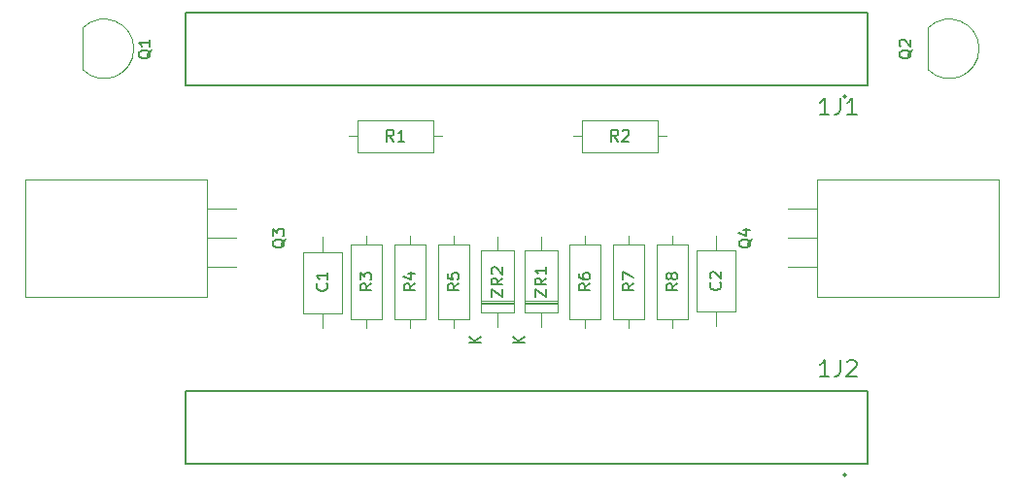
<source format=gbr>
G04 #@! TF.GenerationSoftware,KiCad,Pcbnew,5.1.0-060a0da~80~ubuntu18.04.1*
G04 #@! TF.CreationDate,2019-04-15T09:18:46-04:00*
G04 #@! TF.ProjectId,overvoltage,6f766572-766f-46c7-9461-67652e6b6963,1*
G04 #@! TF.SameCoordinates,Original*
G04 #@! TF.FileFunction,Legend,Top*
G04 #@! TF.FilePolarity,Positive*
%FSLAX46Y46*%
G04 Gerber Fmt 4.6, Leading zero omitted, Abs format (unit mm)*
G04 Created by KiCad (PCBNEW 5.1.0-060a0da~80~ubuntu18.04.1) date 2019-04-15 09:18:46*
%MOMM*%
%LPD*%
G04 APERTURE LIST*
%ADD10C,0.127000*%
%ADD11C,0.200000*%
%ADD12C,0.120000*%
%ADD13C,0.150000*%
G04 APERTURE END LIST*
D10*
X113522000Y-69215000D02*
X113522000Y-75565000D01*
X113522000Y-75565000D02*
X54118000Y-75565000D01*
X54118000Y-75565000D02*
X54118000Y-69215000D01*
X54118000Y-69215000D02*
X113522000Y-69215000D01*
D11*
X111640000Y-76565000D02*
G75*
G03X111640000Y-76565000I-100000J0D01*
G01*
D12*
X87908000Y-46990000D02*
X88678000Y-46990000D01*
X95988000Y-46990000D02*
X95218000Y-46990000D01*
X88678000Y-48360000D02*
X95218000Y-48360000D01*
X88678000Y-45620000D02*
X88678000Y-48360000D01*
X95218000Y-45620000D02*
X88678000Y-45620000D01*
X95218000Y-48360000D02*
X95218000Y-45620000D01*
X76430000Y-46990000D02*
X75660000Y-46990000D01*
X68350000Y-46990000D02*
X69120000Y-46990000D01*
X75660000Y-45620000D02*
X69120000Y-45620000D01*
X75660000Y-48360000D02*
X75660000Y-45620000D01*
X69120000Y-48360000D02*
X75660000Y-48360000D01*
X69120000Y-45620000D02*
X69120000Y-48360000D01*
X69850000Y-55650000D02*
X69850000Y-56420000D01*
X69850000Y-63730000D02*
X69850000Y-62960000D01*
X68480000Y-56420000D02*
X68480000Y-62960000D01*
X71220000Y-56420000D02*
X68480000Y-56420000D01*
X71220000Y-62960000D02*
X71220000Y-56420000D01*
X68480000Y-62960000D02*
X71220000Y-62960000D01*
X73660000Y-63730000D02*
X73660000Y-62960000D01*
X73660000Y-55650000D02*
X73660000Y-56420000D01*
X75030000Y-62960000D02*
X75030000Y-56420000D01*
X72290000Y-62960000D02*
X75030000Y-62960000D01*
X72290000Y-56420000D02*
X72290000Y-62960000D01*
X75030000Y-56420000D02*
X72290000Y-56420000D01*
X77470000Y-55650000D02*
X77470000Y-56420000D01*
X77470000Y-63730000D02*
X77470000Y-62960000D01*
X76100000Y-56420000D02*
X76100000Y-62960000D01*
X78840000Y-56420000D02*
X76100000Y-56420000D01*
X78840000Y-62960000D02*
X78840000Y-56420000D01*
X76100000Y-62960000D02*
X78840000Y-62960000D01*
X88900000Y-63730000D02*
X88900000Y-62960000D01*
X88900000Y-55650000D02*
X88900000Y-56420000D01*
X90270000Y-62960000D02*
X90270000Y-56420000D01*
X87530000Y-62960000D02*
X90270000Y-62960000D01*
X87530000Y-56420000D02*
X87530000Y-62960000D01*
X90270000Y-56420000D02*
X87530000Y-56420000D01*
X92710000Y-63730000D02*
X92710000Y-62960000D01*
X92710000Y-55650000D02*
X92710000Y-56420000D01*
X94080000Y-62960000D02*
X94080000Y-56420000D01*
X91340000Y-62960000D02*
X94080000Y-62960000D01*
X91340000Y-56420000D02*
X91340000Y-62960000D01*
X94080000Y-56420000D02*
X91340000Y-56420000D01*
X96520000Y-63730000D02*
X96520000Y-62960000D01*
X96520000Y-55650000D02*
X96520000Y-56420000D01*
X97890000Y-62960000D02*
X97890000Y-56420000D01*
X95150000Y-62960000D02*
X97890000Y-62960000D01*
X95150000Y-56420000D02*
X95150000Y-62960000D01*
X97890000Y-56420000D02*
X95150000Y-56420000D01*
X45151522Y-41208478D02*
G75*
G03X49590000Y-39370000I1838478J1838478D01*
G01*
X45151522Y-37531522D02*
G75*
G02X49590000Y-39370000I1838478J-1838478D01*
G01*
X45140000Y-37570000D02*
X45140000Y-41170000D01*
X118800000Y-37570000D02*
X118800000Y-41170000D01*
X118811522Y-37531522D02*
G75*
G02X123250000Y-39370000I1838478J-1838478D01*
G01*
X118811522Y-41208478D02*
G75*
G03X123250000Y-39370000I1838478J1838478D01*
G01*
X56000000Y-61000000D02*
X56000000Y-50760000D01*
X40110000Y-61000000D02*
X40110000Y-50760000D01*
X40110000Y-61000000D02*
X56000000Y-61000000D01*
X40110000Y-50760000D02*
X56000000Y-50760000D01*
X56000000Y-58420000D02*
X58540000Y-58420000D01*
X56000000Y-55880000D02*
X58540000Y-55880000D01*
X56000000Y-53340000D02*
X58540000Y-53340000D01*
X109100000Y-58420000D02*
X106560000Y-58420000D01*
X109100000Y-55880000D02*
X106560000Y-55880000D01*
X109100000Y-53340000D02*
X106560000Y-53340000D01*
X124990000Y-61000000D02*
X109100000Y-61000000D01*
X124990000Y-50760000D02*
X109100000Y-50760000D01*
X124990000Y-50760000D02*
X124990000Y-61000000D01*
X109100000Y-50760000D02*
X109100000Y-61000000D01*
X83620000Y-61630000D02*
X86560000Y-61630000D01*
X83620000Y-61390000D02*
X86560000Y-61390000D01*
X83620000Y-61510000D02*
X86560000Y-61510000D01*
X85090000Y-55750000D02*
X85090000Y-56970000D01*
X85090000Y-63630000D02*
X85090000Y-62410000D01*
X83620000Y-56970000D02*
X83620000Y-62410000D01*
X86560000Y-56970000D02*
X83620000Y-56970000D01*
X86560000Y-62410000D02*
X86560000Y-56970000D01*
X83620000Y-62410000D02*
X86560000Y-62410000D01*
X79810000Y-62410000D02*
X82750000Y-62410000D01*
X82750000Y-62410000D02*
X82750000Y-56970000D01*
X82750000Y-56970000D02*
X79810000Y-56970000D01*
X79810000Y-56970000D02*
X79810000Y-62410000D01*
X81280000Y-63630000D02*
X81280000Y-62410000D01*
X81280000Y-55750000D02*
X81280000Y-56970000D01*
X79810000Y-61510000D02*
X82750000Y-61510000D01*
X79810000Y-61390000D02*
X82750000Y-61390000D01*
X79810000Y-61630000D02*
X82750000Y-61630000D01*
D11*
X111640000Y-43545000D02*
G75*
G03X111640000Y-43545000I-100000J0D01*
G01*
D10*
X54118000Y-36195000D02*
X113522000Y-36195000D01*
X54118000Y-42545000D02*
X54118000Y-36195000D01*
X113522000Y-42545000D02*
X54118000Y-42545000D01*
X113522000Y-36195000D02*
X113522000Y-42545000D01*
D12*
X66040000Y-55810000D02*
X66040000Y-57100000D01*
X66040000Y-63730000D02*
X66040000Y-62440000D01*
X64370000Y-57100000D02*
X64370000Y-62440000D01*
X67710000Y-57100000D02*
X64370000Y-57100000D01*
X67710000Y-62440000D02*
X67710000Y-57100000D01*
X64370000Y-62440000D02*
X67710000Y-62440000D01*
X102000000Y-56940000D02*
X98660000Y-56940000D01*
X98660000Y-56940000D02*
X98660000Y-62280000D01*
X98660000Y-62280000D02*
X102000000Y-62280000D01*
X102000000Y-62280000D02*
X102000000Y-56940000D01*
X100330000Y-55650000D02*
X100330000Y-56940000D01*
X100330000Y-63570000D02*
X100330000Y-62280000D01*
D13*
X110166000Y-67943333D02*
X109366000Y-67943333D01*
X109766000Y-67943333D02*
X109766000Y-66543333D01*
X109632666Y-66743333D01*
X109499333Y-66876666D01*
X109366000Y-66943333D01*
X111166000Y-66543333D02*
X111166000Y-67543333D01*
X111099333Y-67743333D01*
X110966000Y-67876666D01*
X110766000Y-67943333D01*
X110632666Y-67943333D01*
X111766000Y-66676666D02*
X111832666Y-66610000D01*
X111966000Y-66543333D01*
X112299333Y-66543333D01*
X112432666Y-66610000D01*
X112499333Y-66676666D01*
X112566000Y-66810000D01*
X112566000Y-66943333D01*
X112499333Y-67143333D01*
X111699333Y-67943333D01*
X112566000Y-67943333D01*
X91781333Y-47442380D02*
X91448000Y-46966190D01*
X91209904Y-47442380D02*
X91209904Y-46442380D01*
X91590857Y-46442380D01*
X91686095Y-46490000D01*
X91733714Y-46537619D01*
X91781333Y-46632857D01*
X91781333Y-46775714D01*
X91733714Y-46870952D01*
X91686095Y-46918571D01*
X91590857Y-46966190D01*
X91209904Y-46966190D01*
X92162285Y-46537619D02*
X92209904Y-46490000D01*
X92305142Y-46442380D01*
X92543238Y-46442380D01*
X92638476Y-46490000D01*
X92686095Y-46537619D01*
X92733714Y-46632857D01*
X92733714Y-46728095D01*
X92686095Y-46870952D01*
X92114666Y-47442380D01*
X92733714Y-47442380D01*
X72223333Y-47442380D02*
X71890000Y-46966190D01*
X71651904Y-47442380D02*
X71651904Y-46442380D01*
X72032857Y-46442380D01*
X72128095Y-46490000D01*
X72175714Y-46537619D01*
X72223333Y-46632857D01*
X72223333Y-46775714D01*
X72175714Y-46870952D01*
X72128095Y-46918571D01*
X72032857Y-46966190D01*
X71651904Y-46966190D01*
X73175714Y-47442380D02*
X72604285Y-47442380D01*
X72890000Y-47442380D02*
X72890000Y-46442380D01*
X72794761Y-46585238D01*
X72699523Y-46680476D01*
X72604285Y-46728095D01*
X70302380Y-59856666D02*
X69826190Y-60190000D01*
X70302380Y-60428095D02*
X69302380Y-60428095D01*
X69302380Y-60047142D01*
X69350000Y-59951904D01*
X69397619Y-59904285D01*
X69492857Y-59856666D01*
X69635714Y-59856666D01*
X69730952Y-59904285D01*
X69778571Y-59951904D01*
X69826190Y-60047142D01*
X69826190Y-60428095D01*
X69302380Y-59523333D02*
X69302380Y-58904285D01*
X69683333Y-59237619D01*
X69683333Y-59094761D01*
X69730952Y-58999523D01*
X69778571Y-58951904D01*
X69873809Y-58904285D01*
X70111904Y-58904285D01*
X70207142Y-58951904D01*
X70254761Y-58999523D01*
X70302380Y-59094761D01*
X70302380Y-59380476D01*
X70254761Y-59475714D01*
X70207142Y-59523333D01*
X74112380Y-59856666D02*
X73636190Y-60190000D01*
X74112380Y-60428095D02*
X73112380Y-60428095D01*
X73112380Y-60047142D01*
X73160000Y-59951904D01*
X73207619Y-59904285D01*
X73302857Y-59856666D01*
X73445714Y-59856666D01*
X73540952Y-59904285D01*
X73588571Y-59951904D01*
X73636190Y-60047142D01*
X73636190Y-60428095D01*
X73445714Y-58999523D02*
X74112380Y-58999523D01*
X73064761Y-59237619D02*
X73779047Y-59475714D01*
X73779047Y-58856666D01*
X77922380Y-59856666D02*
X77446190Y-60190000D01*
X77922380Y-60428095D02*
X76922380Y-60428095D01*
X76922380Y-60047142D01*
X76970000Y-59951904D01*
X77017619Y-59904285D01*
X77112857Y-59856666D01*
X77255714Y-59856666D01*
X77350952Y-59904285D01*
X77398571Y-59951904D01*
X77446190Y-60047142D01*
X77446190Y-60428095D01*
X76922380Y-58951904D02*
X76922380Y-59428095D01*
X77398571Y-59475714D01*
X77350952Y-59428095D01*
X77303333Y-59332857D01*
X77303333Y-59094761D01*
X77350952Y-58999523D01*
X77398571Y-58951904D01*
X77493809Y-58904285D01*
X77731904Y-58904285D01*
X77827142Y-58951904D01*
X77874761Y-58999523D01*
X77922380Y-59094761D01*
X77922380Y-59332857D01*
X77874761Y-59428095D01*
X77827142Y-59475714D01*
X89352380Y-59856666D02*
X88876190Y-60190000D01*
X89352380Y-60428095D02*
X88352380Y-60428095D01*
X88352380Y-60047142D01*
X88400000Y-59951904D01*
X88447619Y-59904285D01*
X88542857Y-59856666D01*
X88685714Y-59856666D01*
X88780952Y-59904285D01*
X88828571Y-59951904D01*
X88876190Y-60047142D01*
X88876190Y-60428095D01*
X88352380Y-58999523D02*
X88352380Y-59190000D01*
X88400000Y-59285238D01*
X88447619Y-59332857D01*
X88590476Y-59428095D01*
X88780952Y-59475714D01*
X89161904Y-59475714D01*
X89257142Y-59428095D01*
X89304761Y-59380476D01*
X89352380Y-59285238D01*
X89352380Y-59094761D01*
X89304761Y-58999523D01*
X89257142Y-58951904D01*
X89161904Y-58904285D01*
X88923809Y-58904285D01*
X88828571Y-58951904D01*
X88780952Y-58999523D01*
X88733333Y-59094761D01*
X88733333Y-59285238D01*
X88780952Y-59380476D01*
X88828571Y-59428095D01*
X88923809Y-59475714D01*
X93162380Y-59856666D02*
X92686190Y-60190000D01*
X93162380Y-60428095D02*
X92162380Y-60428095D01*
X92162380Y-60047142D01*
X92210000Y-59951904D01*
X92257619Y-59904285D01*
X92352857Y-59856666D01*
X92495714Y-59856666D01*
X92590952Y-59904285D01*
X92638571Y-59951904D01*
X92686190Y-60047142D01*
X92686190Y-60428095D01*
X92162380Y-59523333D02*
X92162380Y-58856666D01*
X93162380Y-59285238D01*
X96972380Y-59856666D02*
X96496190Y-60190000D01*
X96972380Y-60428095D02*
X95972380Y-60428095D01*
X95972380Y-60047142D01*
X96020000Y-59951904D01*
X96067619Y-59904285D01*
X96162857Y-59856666D01*
X96305714Y-59856666D01*
X96400952Y-59904285D01*
X96448571Y-59951904D01*
X96496190Y-60047142D01*
X96496190Y-60428095D01*
X96400952Y-59285238D02*
X96353333Y-59380476D01*
X96305714Y-59428095D01*
X96210476Y-59475714D01*
X96162857Y-59475714D01*
X96067619Y-59428095D01*
X96020000Y-59380476D01*
X95972380Y-59285238D01*
X95972380Y-59094761D01*
X96020000Y-58999523D01*
X96067619Y-58951904D01*
X96162857Y-58904285D01*
X96210476Y-58904285D01*
X96305714Y-58951904D01*
X96353333Y-58999523D01*
X96400952Y-59094761D01*
X96400952Y-59285238D01*
X96448571Y-59380476D01*
X96496190Y-59428095D01*
X96591428Y-59475714D01*
X96781904Y-59475714D01*
X96877142Y-59428095D01*
X96924761Y-59380476D01*
X96972380Y-59285238D01*
X96972380Y-59094761D01*
X96924761Y-58999523D01*
X96877142Y-58951904D01*
X96781904Y-58904285D01*
X96591428Y-58904285D01*
X96496190Y-58951904D01*
X96448571Y-58999523D01*
X96400952Y-59094761D01*
X51097619Y-39465238D02*
X51050000Y-39560476D01*
X50954761Y-39655714D01*
X50811904Y-39798571D01*
X50764285Y-39893809D01*
X50764285Y-39989047D01*
X51002380Y-39941428D02*
X50954761Y-40036666D01*
X50859523Y-40131904D01*
X50669047Y-40179523D01*
X50335714Y-40179523D01*
X50145238Y-40131904D01*
X50050000Y-40036666D01*
X50002380Y-39941428D01*
X50002380Y-39750952D01*
X50050000Y-39655714D01*
X50145238Y-39560476D01*
X50335714Y-39512857D01*
X50669047Y-39512857D01*
X50859523Y-39560476D01*
X50954761Y-39655714D01*
X51002380Y-39750952D01*
X51002380Y-39941428D01*
X51002380Y-38560476D02*
X51002380Y-39131904D01*
X51002380Y-38846190D02*
X50002380Y-38846190D01*
X50145238Y-38941428D01*
X50240476Y-39036666D01*
X50288095Y-39131904D01*
X117387619Y-39465238D02*
X117340000Y-39560476D01*
X117244761Y-39655714D01*
X117101904Y-39798571D01*
X117054285Y-39893809D01*
X117054285Y-39989047D01*
X117292380Y-39941428D02*
X117244761Y-40036666D01*
X117149523Y-40131904D01*
X116959047Y-40179523D01*
X116625714Y-40179523D01*
X116435238Y-40131904D01*
X116340000Y-40036666D01*
X116292380Y-39941428D01*
X116292380Y-39750952D01*
X116340000Y-39655714D01*
X116435238Y-39560476D01*
X116625714Y-39512857D01*
X116959047Y-39512857D01*
X117149523Y-39560476D01*
X117244761Y-39655714D01*
X117292380Y-39750952D01*
X117292380Y-39941428D01*
X116387619Y-39131904D02*
X116340000Y-39084285D01*
X116292380Y-38989047D01*
X116292380Y-38750952D01*
X116340000Y-38655714D01*
X116387619Y-38608095D01*
X116482857Y-38560476D01*
X116578095Y-38560476D01*
X116720952Y-38608095D01*
X117292380Y-39179523D01*
X117292380Y-38560476D01*
X62777619Y-55975238D02*
X62730000Y-56070476D01*
X62634761Y-56165714D01*
X62491904Y-56308571D01*
X62444285Y-56403809D01*
X62444285Y-56499047D01*
X62682380Y-56451428D02*
X62634761Y-56546666D01*
X62539523Y-56641904D01*
X62349047Y-56689523D01*
X62015714Y-56689523D01*
X61825238Y-56641904D01*
X61730000Y-56546666D01*
X61682380Y-56451428D01*
X61682380Y-56260952D01*
X61730000Y-56165714D01*
X61825238Y-56070476D01*
X62015714Y-56022857D01*
X62349047Y-56022857D01*
X62539523Y-56070476D01*
X62634761Y-56165714D01*
X62682380Y-56260952D01*
X62682380Y-56451428D01*
X61682380Y-55689523D02*
X61682380Y-55070476D01*
X62063333Y-55403809D01*
X62063333Y-55260952D01*
X62110952Y-55165714D01*
X62158571Y-55118095D01*
X62253809Y-55070476D01*
X62491904Y-55070476D01*
X62587142Y-55118095D01*
X62634761Y-55165714D01*
X62682380Y-55260952D01*
X62682380Y-55546666D01*
X62634761Y-55641904D01*
X62587142Y-55689523D01*
X103417619Y-55975238D02*
X103370000Y-56070476D01*
X103274761Y-56165714D01*
X103131904Y-56308571D01*
X103084285Y-56403809D01*
X103084285Y-56499047D01*
X103322380Y-56451428D02*
X103274761Y-56546666D01*
X103179523Y-56641904D01*
X102989047Y-56689523D01*
X102655714Y-56689523D01*
X102465238Y-56641904D01*
X102370000Y-56546666D01*
X102322380Y-56451428D01*
X102322380Y-56260952D01*
X102370000Y-56165714D01*
X102465238Y-56070476D01*
X102655714Y-56022857D01*
X102989047Y-56022857D01*
X103179523Y-56070476D01*
X103274761Y-56165714D01*
X103322380Y-56260952D01*
X103322380Y-56451428D01*
X102655714Y-55165714D02*
X103322380Y-55165714D01*
X102274761Y-55403809D02*
X102989047Y-55641904D01*
X102989047Y-55022857D01*
X84542380Y-60999523D02*
X84542380Y-60332857D01*
X85542380Y-60999523D01*
X85542380Y-60332857D01*
X85542380Y-59380476D02*
X85066190Y-59713809D01*
X85542380Y-59951904D02*
X84542380Y-59951904D01*
X84542380Y-59570952D01*
X84590000Y-59475714D01*
X84637619Y-59428095D01*
X84732857Y-59380476D01*
X84875714Y-59380476D01*
X84970952Y-59428095D01*
X85018571Y-59475714D01*
X85066190Y-59570952D01*
X85066190Y-59951904D01*
X85542380Y-58428095D02*
X85542380Y-58999523D01*
X85542380Y-58713809D02*
X84542380Y-58713809D01*
X84685238Y-58809047D01*
X84780476Y-58904285D01*
X84828095Y-58999523D01*
X83642380Y-65031904D02*
X82642380Y-65031904D01*
X83642380Y-64460476D02*
X83070952Y-64889047D01*
X82642380Y-64460476D02*
X83213809Y-65031904D01*
X80732380Y-60999523D02*
X80732380Y-60332857D01*
X81732380Y-60999523D01*
X81732380Y-60332857D01*
X81732380Y-59380476D02*
X81256190Y-59713809D01*
X81732380Y-59951904D02*
X80732380Y-59951904D01*
X80732380Y-59570952D01*
X80780000Y-59475714D01*
X80827619Y-59428095D01*
X80922857Y-59380476D01*
X81065714Y-59380476D01*
X81160952Y-59428095D01*
X81208571Y-59475714D01*
X81256190Y-59570952D01*
X81256190Y-59951904D01*
X80827619Y-58999523D02*
X80780000Y-58951904D01*
X80732380Y-58856666D01*
X80732380Y-58618571D01*
X80780000Y-58523333D01*
X80827619Y-58475714D01*
X80922857Y-58428095D01*
X81018095Y-58428095D01*
X81160952Y-58475714D01*
X81732380Y-59047142D01*
X81732380Y-58428095D01*
X79832380Y-65031904D02*
X78832380Y-65031904D01*
X79832380Y-64460476D02*
X79260952Y-64889047D01*
X78832380Y-64460476D02*
X79403809Y-65031904D01*
X110166000Y-45067333D02*
X109366000Y-45067333D01*
X109766000Y-45067333D02*
X109766000Y-43667333D01*
X109632666Y-43867333D01*
X109499333Y-44000666D01*
X109366000Y-44067333D01*
X111166000Y-43667333D02*
X111166000Y-44667333D01*
X111099333Y-44867333D01*
X110966000Y-45000666D01*
X110766000Y-45067333D01*
X110632666Y-45067333D01*
X112566000Y-45067333D02*
X111766000Y-45067333D01*
X112166000Y-45067333D02*
X112166000Y-43667333D01*
X112032666Y-43867333D01*
X111899333Y-44000666D01*
X111766000Y-44067333D01*
X66397142Y-59856666D02*
X66444761Y-59904285D01*
X66492380Y-60047142D01*
X66492380Y-60142380D01*
X66444761Y-60285238D01*
X66349523Y-60380476D01*
X66254285Y-60428095D01*
X66063809Y-60475714D01*
X65920952Y-60475714D01*
X65730476Y-60428095D01*
X65635238Y-60380476D01*
X65540000Y-60285238D01*
X65492380Y-60142380D01*
X65492380Y-60047142D01*
X65540000Y-59904285D01*
X65587619Y-59856666D01*
X66492380Y-58904285D02*
X66492380Y-59475714D01*
X66492380Y-59190000D02*
X65492380Y-59190000D01*
X65635238Y-59285238D01*
X65730476Y-59380476D01*
X65778095Y-59475714D01*
X100687142Y-59776666D02*
X100734761Y-59824285D01*
X100782380Y-59967142D01*
X100782380Y-60062380D01*
X100734761Y-60205238D01*
X100639523Y-60300476D01*
X100544285Y-60348095D01*
X100353809Y-60395714D01*
X100210952Y-60395714D01*
X100020476Y-60348095D01*
X99925238Y-60300476D01*
X99830000Y-60205238D01*
X99782380Y-60062380D01*
X99782380Y-59967142D01*
X99830000Y-59824285D01*
X99877619Y-59776666D01*
X99877619Y-59395714D02*
X99830000Y-59348095D01*
X99782380Y-59252857D01*
X99782380Y-59014761D01*
X99830000Y-58919523D01*
X99877619Y-58871904D01*
X99972857Y-58824285D01*
X100068095Y-58824285D01*
X100210952Y-58871904D01*
X100782380Y-59443333D01*
X100782380Y-58824285D01*
M02*

</source>
